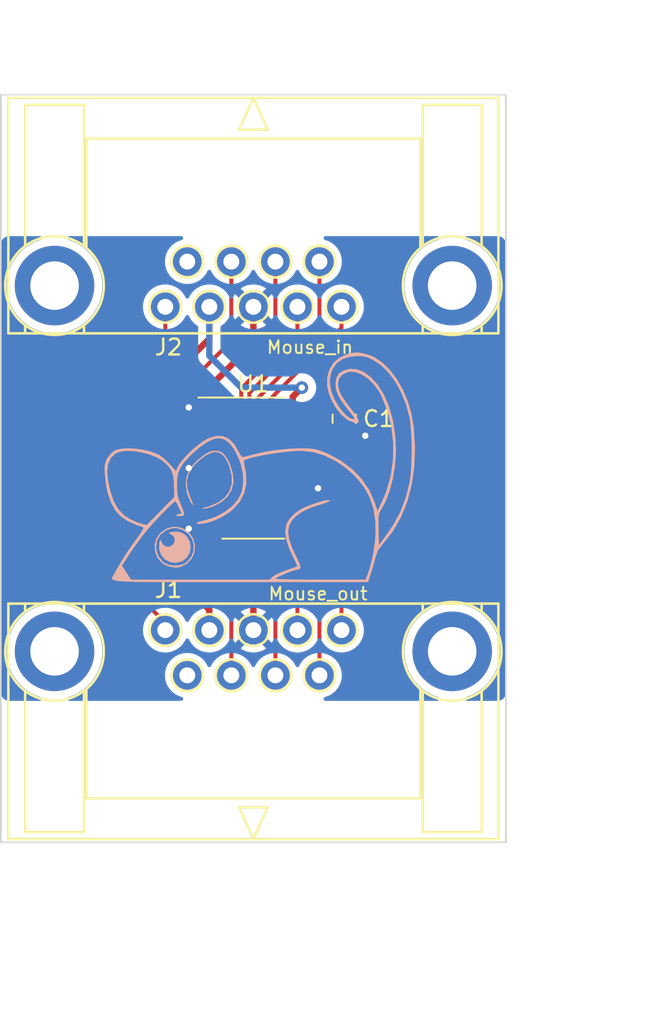
<source format=kicad_pcb>
(kicad_pcb (version 20221018) (generator pcbnew)
  (layers (0 "F.Cu" signal) (31 "B.Cu" signal) (34 "B.Paste" user) (35 "F.Paste" user) (36 "B.SilkS" user "B.Silkscreen") (37 "F.SilkS" user "F.Silkscreen") (38 "B.Mask" user) (39 "F.Mask" user) (44 "Edge.Cuts" user))
  (net 0 "")
  (net 1 "VCC")
  (net 2 "GND")
  (net 3 "/MOUSE_ID")
  (net 4 "/XDIR_OUT")
  (net 5 "/XMOVE_OUT")
  (net 7 "/BUTTON")
  (net 8 "/YDIR_OUT")
  (net 9 "/YMOVE_OUT")
  (net 10 "/XDIR_IN")
  (net 11 "/XMOVE_IN")
  (net 13 "/YDIR_IN")
  (net 14 "/YMOVE_IN")
  (footprint "localfootprints:SOIC-14_3.9x8.7mm_P1.27mm" (layer "F.Cu") (at 50.8 66.0146)
    (fp_text reference "U1" (at 0 -5.28) (layer "F.SilkS"))
    (fp_text value "74LS125")
    (fp_line (start 0 -4.435) (end -3.45 -4.435) (stroke (width 0.12)) (layer "F.SilkS"))
    (fp_line (start 0 -4.435) (end 1.95 -4.435) (stroke (width 0.12)) (layer "F.SilkS"))
    (fp_line (start 0 4.435) (end -1.95 4.435) (stroke (width 0.12)) (layer "F.SilkS"))
    (fp_line (start 0 4.435) (end 1.95 4.435) (stroke (width 0.12)) (layer "F.SilkS"))
    (pad "1" smd roundrect (at -2.475 -3.81) (size 1.95 0.6) (layers "F.Cu" "F.Paste" "F.Mask") (net 2 "GND"))
    (pad "2" smd roundrect (at -2.475 -2.54) (size 1.95 0.6) (layers "F.Cu" "F.Paste" "F.Mask") (net 13 "/YDIR_IN"))
    (pad "3" smd roundrect (at -2.475 -1.27) (size 1.95 0.6) (layers "F.Cu" "F.Paste" "F.Mask") (net 8 "/YDIR_OUT"))
    (pad "4" smd roundrect (at -2.475 0) (size 1.95 0.6) (layers "F.Cu" "F.Paste" "F.Mask") (net 2 "GND"))
    (pad "5" smd roundrect (at -2.475 1.27) (size 1.95 0.6) (layers "F.Cu" "F.Paste" "F.Mask") (net 10 "/XDIR_IN"))
    (pad "6" smd roundrect (at -2.475 2.54) (size 1.95 0.6) (layers "F.Cu" "F.Paste" "F.Mask") (net 4 "/XDIR_OUT"))
    (pad "7" smd roundrect (at -2.475 3.81) (size 1.95 0.6) (layers "F.Cu" "F.Paste" "F.Mask") (net 2 "GND"))
    (pad "8" smd roundrect (at 2.475 3.81) (size 1.95 0.6) (layers "F.Cu" "F.Paste" "F.Mask") (net 9 "/YMOVE_OUT"))
    (pad "9" smd roundrect (at 2.475 2.54) (size 1.95 0.6) (layers "F.Cu" "F.Paste" "F.Mask") (net 14 "/YMOVE_IN"))
    (pad "10" smd roundrect (at 2.475 1.27) (size 1.95 0.6) (layers "F.Cu" "F.Paste" "F.Mask") (net 2 "GND"))
    (pad "11" smd roundrect (at 2.475 0) (size 1.95 0.6) (layers "F.Cu" "F.Paste" "F.Mask") (net 5 "/XMOVE_OUT"))
    (pad "12" smd roundrect (at 2.475 -1.27) (size 1.95 0.6) (layers "F.Cu" "F.Paste" "F.Mask") (net 11 "/XMOVE_IN"))
    (pad "13" smd roundrect (at 2.475 -2.54) (size 1.95 0.6) (layers "F.Cu" "F.Paste" "F.Mask") (net 2 "GND"))
    (pad "14" smd roundrect (at 2.475 -3.81) (size 1.95 0.6) (layers "F.Cu" "F.Paste" "F.Mask") (net 1 "VCC"))
  )
  (footprint "localfootprints:CONN_SOCKET_A-DF_09_A_KG-T4S" (layer "F.Cu") (at 50.8 55.88)
    (fp_text reference "J2" (at -5.334 2.54 180) (layer "F.SilkS"))
    (fp_text value "Mouse_in" (at 3.556 2.54 180) (layer "F.SilkS") (effects (font (size 0.8 0.8) (thickness 0.12))))
    (fp_line (start -15.405001 -13.133) (end 15.404999 -13.133) (stroke (width 0.16)) (layer "F.SilkS"))
    (fp_line (start -15.405001 1.667) (end -15.405001 -13.133) (stroke (width 0.16)) (layer "F.SilkS"))
    (fp_line (start -14.350001 -12.693) (end -14.350001 -3.820466) (stroke (width 0.16)) (layer "F.SilkS"))
    (fp_line (start -14.350001 1.667) (end -14.350001 1.154466) (stroke (width 0.16)) (layer "F.SilkS"))
    (fp_line (start -10.650002 -12.693) (end -14.350001 -12.693) (stroke (width 0.16)) (layer "F.SilkS"))
    (fp_line (start -10.650002 -3.820472) (end -10.650002 -12.693) (stroke (width 0.16)) (layer "F.SilkS"))
    (fp_line (start -10.650002 1.667) (end -10.650002 1.154472) (stroke (width 0.16)) (layer "F.SilkS"))
    (fp_line (start -10.500002 -10.573) (end -10.500002 -3.701548) (stroke (width 0.16)) (layer "F.SilkS"))
    (fp_line (start -0.9 -11.133) (end 0.9 -11.133) (stroke (width 0.16)) (layer "F.SilkS"))
    (fp_line (start 0 -13.133) (end -0.9 -11.133) (stroke (width 0.16)) (layer "F.SilkS"))
    (fp_line (start 0.9 -11.133) (end 0 -13.133) (stroke (width 0.16)) (layer "F.SilkS"))
    (fp_line (start 10.499998 -10.573) (end -10.500002 -10.573) (stroke (width 0.16)) (layer "F.SilkS"))
    (fp_line (start 10.499998 -3.701544) (end 10.499998 -10.573) (stroke (width 0.16)) (layer "F.SilkS"))
    (fp_line (start 10.649998 -12.693) (end 14.349998 -12.693) (stroke (width 0.16)) (layer "F.SilkS"))
    (fp_line (start 10.649998 -3.820469) (end 10.649998 -12.693) (stroke (width 0.16)) (layer "F.SilkS"))
    (fp_line (start 10.649998 1.667) (end 10.649998 1.154469) (stroke (width 0.16)) (layer "F.SilkS"))
    (fp_line (start 14.349998 -12.693) (end 14.349998 -3.820468) (stroke (width 0.16)) (layer "F.SilkS"))
    (fp_line (start 14.349998 1.667) (end 14.349998 1.154468) (stroke (width 0.16)) (layer "F.SilkS"))
    (fp_line (start 15.404999 -13.133) (end 15.404999 1.667) (stroke (width 0.16)) (layer "F.SilkS"))
    (fp_line (start 15.404999 1.667) (end -15.405001 1.667) (stroke (width 0.16)) (layer "F.SilkS"))
    (fp_circle (center -12.499998 -1.333) (end -9.399998 -1.333) (stroke (width 0.16)) (fill none) (layer "F.SilkS"))
    (fp_circle (center -5.540003 -0.0005) (end -4.540003 -0.0005) (stroke (width 0.16)) (fill none) (layer "F.SilkS"))
    (fp_circle (center -4.155003 -2.8405) (end -3.155003 -2.8405) (stroke (width 0.16)) (fill none) (layer "F.SilkS"))
    (fp_circle (center -2.770003 -0.0005) (end -1.770003 -0.0005) (stroke (width 0.16)) (fill none) (layer "F.SilkS"))
    (fp_circle (center -1.385003 -2.8405) (end -0.385003 -2.8405) (stroke (width 0.16)) (fill none) (layer "F.SilkS"))
    (fp_circle (center -0.000003 -0.0005) (end 0.999997 -0.0005) (stroke (width 0.16)) (fill none) (layer "F.SilkS"))
    (fp_circle (center 1.384997 -2.8405) (end 2.384997 -2.8405) (stroke (width 0.16)) (fill none) (layer "F.SilkS"))
    (fp_circle (center 2.769997 -0.0005) (end 3.769997 -0.0005) (stroke (width 0.16)) (fill none) (layer "F.SilkS"))
    (fp_circle (center 4.154997 -2.8405) (end 5.154997 -2.8405) (stroke (width 0.16)) (fill none) (layer "F.SilkS"))
    (fp_circle (center 5.539997 -0.0005) (end 6.539997 -0.0005) (stroke (width 0.16)) (fill none) (layer "F.SilkS"))
    (fp_circle (center 12.499998 -1.333) (end 15.599998 -1.333) (stroke (width 0.16)) (fill none) (layer "F.SilkS"))
    (pad "1" thru_hole circle (at -5.54 0 180) (size 1.8 1.8) (drill 1) (layers "*.Cu" "*.Mask") (net 3 "/MOUSE_ID"))
    (pad "2" thru_hole circle (at -2.77 0 180) (size 1.8 1.8) (drill 1) (layers "*.Cu" "*.Mask") (net 1 "VCC"))
    (pad "3" thru_hole circle (at 0 0 180) (size 1.8 1.8) (drill 1) (layers "*.Cu" "*.Mask") (net 2 "GND"))
    (pad "4" thru_hole circle (at 2.77 0 180) (size 1.8 1.8) (drill 1) (layers "*.Cu" "*.Mask") (net 10 "/XDIR_IN"))
    (pad "5" thru_hole circle (at 5.54 0 180) (size 1.8 1.8) (drill 1) (layers "*.Cu" "*.Mask") (net 11 "/XMOVE_IN"))
    (pad "6" thru_hole circle (at -4.155 -2.84 180) (size 1.8 1.8) (drill 1) (layers "*.Cu" "*.Mask"))
    (pad "7" thru_hole circle (at -1.385 -2.84 180) (size 1.8 1.8) (drill 1) (layers "*.Cu" "*.Mask") (net 7 "/BUTTON"))
    (pad "8" thru_hole circle (at 1.385 -2.84 180) (size 1.8 1.8) (drill 1) (layers "*.Cu" "*.Mask") (net 13 "/YDIR_IN"))
    (pad "9" thru_hole circle (at 4.155 -2.84 180) (size 1.8 1.8) (drill 1) (layers "*.Cu" "*.Mask") (net 14 "/YMOVE_IN"))
    (pad "10" thru_hole circle (at 12.5 -1.333 180) (size 5 5) (drill 3.05) (layers "*.Cu" "*.Mask"))
    (pad "11" thru_hole circle (at -12.5 -1.333 180) (size 5 5) (drill 3.05) (layers "*.Cu" "*.Mask"))
  )
  (footprint "localfootprints:C_0805_2012Metric_Pad1.18x1.45mm_HandSolder" (layer "F.Cu") (at 56.515 62.9158 -90)
    (fp_text reference "C1" (at 0 -2.159 -180) (layer "F.SilkS"))
    (fp_text value "100nF")
    (fp_line (start -0.261252 -0.735) (end 0.261252 -0.735) (stroke (width 0.12)) (layer "F.SilkS"))
    (fp_line (start -0.261252 0.735) (end 0.261252 0.735) (stroke (width 0.12)) (layer "F.SilkS"))
    (pad "1" smd roundrect (at -1.0375 0 270) (size 1.175 1.45) (layers "F.Cu" "F.Paste" "F.Mask") (roundrect_rratio 0.2127659574) (net 1 "VCC"))
    (pad "2" smd roundrect (at 1.0375 0 270) (size 1.175 1.45) (layers "F.Cu" "F.Paste" "F.Mask") (roundrect_rratio 0.2127659574) (net 2 "GND"))
  )
  (footprint "localfootprints:CONN_PLUG_A_DS_09_A_KG_T2S" (layer "F.Cu") (at 50.8 76.2 180)
    (fp_text reference "J1" (at 5.334 2.54) (layer "F.SilkS"))
    (fp_text value "Mouse_out" (at -4.064 2.286) (layer "F.SilkS") (effects (font (size 0.8 0.8) (thickness 0.12))))
    (fp_line (start -15.405001 -13.133) (end 15.404999 -13.133) (stroke (width 0.16)) (layer "F.SilkS"))
    (fp_line (start -15.405001 1.667) (end -15.405001 -13.133) (stroke (width 0.16)) (layer "F.SilkS"))
    (fp_line (start -14.350001 -12.693) (end -14.350001 -3.820466) (stroke (width 0.16)) (layer "F.SilkS"))
    (fp_line (start -14.350001 1.667) (end -14.350001 1.154466) (stroke (width 0.16)) (layer "F.SilkS"))
    (fp_line (start -10.650002 -12.693) (end -14.350001 -12.693) (stroke (width 0.16)) (layer "F.SilkS"))
    (fp_line (start -10.650002 -3.820472) (end -10.650002 -12.693) (stroke (width 0.16)) (layer "F.SilkS"))
    (fp_line (start -10.650002 1.667) (end -10.650002 1.154472) (stroke (width 0.16)) (layer "F.SilkS"))
    (fp_line (start -10.500002 -10.573) (end -10.500002 -3.701548) (stroke (width 0.16)) (layer "F.SilkS"))
    (fp_line (start -0.9 -11.133) (end 0.9 -11.133) (stroke (width 0.16)) (layer "F.SilkS"))
    (fp_line (start 0 -13.133) (end -0.9 -11.133) (stroke (width 0.16)) (layer "F.SilkS"))
    (fp_line (start 0.9 -11.133) (end 0 -13.133) (stroke (width 0.16)) (layer "F.SilkS"))
    (fp_line (start 10.499998 -10.573) (end -10.500002 -10.573) (stroke (width 0.16)) (layer "F.SilkS"))
    (fp_line (start 10.499998 -3.701544) (end 10.499998 -10.573) (stroke (width 0.16)) (layer "F.SilkS"))
    (fp_line (start 10.649998 -12.693) (end 14.349998 -12.693) (stroke (width 0.16)) (layer "F.SilkS"))
    (fp_line (start 10.649998 -3.820469) (end 10.649998 -12.693) (stroke (width 0.16)) (layer "F.SilkS"))
    (fp_line (start 10.649998 1.667) (end 10.649998 1.154469) (stroke (width 0.16)) (layer "F.SilkS"))
    (fp_line (start 14.349998 -12.693) (end 14.349998 -3.820468) (stroke (width 0.16)) (layer "F.SilkS"))
    (fp_line (start 14.349998 1.667) (end 14.349998 1.154468) (stroke (width 0.16)) (layer "F.SilkS"))
    (fp_line (start 15.404999 -13.133) (end 15.404999 1.667) (stroke (width 0.16)) (layer "F.SilkS"))
    (fp_line (start 15.404999 1.667) (end -15.405001 1.667) (stroke (width 0.16)) (layer "F.SilkS"))
    (fp_circle (center -12.499998 -1.333) (end -9.399998 -1.333) (stroke (width 0.16)) (fill none) (layer "F.SilkS"))
    (fp_circle (center -5.540003 -0.0005) (end -4.540003 -0.0005) (stroke (width 0.16)) (fill none) (layer "F.SilkS"))
    (fp_circle (center -4.155003 -2.8405) (end -3.155003 -2.8405) (stroke (width 0.16)) (fill none) (layer "F.SilkS"))
    (fp_circle (center -2.770003 -0.0005) (end -1.770003 -0.0005) (stroke (width 0.16)) (fill none) (layer "F.SilkS"))
    (fp_circle (center -1.385003 -2.8405) (end -0.385003 -2.8405) (stroke (width 0.16)) (fill none) (layer "F.SilkS"))
    (fp_circle (center -0.000003 -0.0005) (end 0.999997 -0.0005) (stroke (width 0.16)) (fill none) (layer "F.SilkS"))
    (fp_circle (center 1.384997 -2.8405) (end 2.384997 -2.8405) (stroke (width 0.16)) (fill none) (layer "F.SilkS"))
    (fp_circle (center 2.769997 -0.0005) (end 3.769997 -0.0005) (stroke (width 0.16)) (fill none) (layer "F.SilkS"))
    (fp_circle (center 4.154997 -2.8405) (end 5.154997 -2.8405) (stroke (width 0.16)) (fill none) (layer "F.SilkS"))
    (fp_circle (center 5.539997 -0.0005) (end 6.539997 -0.0005) (stroke (width 0.16)) (fill none) (layer "F.SilkS"))
    (fp_circle (center 12.499998 -1.333) (end 15.599998 -1.333) (stroke (width 0.16)) (fill none) (layer "F.SilkS"))
    (pad "1" thru_hole circle (at 5.54 0) (size 1.8 1.8) (drill 1) (layers "*.Cu" "*.Mask") (net 3 "/MOUSE_ID"))
    (pad "2" thru_hole circle (at 2.77 0) (size 1.8 1.8) (drill 1) (layers "*.Cu" "*.Mask") (net 1 "VCC"))
    (pad "3" thru_hole circle (at 0 0) (size 1.8 1.8) (drill 1) (layers "*.Cu" "*.Mask") (net 2 "GND"))
    (pad "4" thru_hole circle (at -2.77 0) (size 1.8 1.8) (drill 1) (layers "*.Cu" "*.Mask") (net 4 "/XDIR_OUT"))
    (pad "5" thru_hole circle (at -5.54 0) (size 1.8 1.8) (drill 1) (layers "*.Cu" "*.Mask") (net 5 "/XMOVE_OUT"))
    (pad "6" thru_hole circle (at 4.155 -2.84) (size 1.8 1.8) (drill 1) (layers "*.Cu" "*.Mask"))
    (pad "7" thru_hole circle (at 1.385 -2.84) (size 1.8 1.8) (drill 1) (layers "*.Cu" "*.Mask") (net 7 "/BUTTON"))
    (pad "8" thru_hole circle (at -1.385 -2.84) (size 1.8 1.8) (drill 1) (layers "*.Cu" "*.Mask") (net 8 "/YDIR_OUT"))
    (pad "9" thru_hole circle (at -4.155 -2.84) (size 1.8 1.8) (drill 1) (layers "*.Cu" "*.Mask") (net 9 "/YMOVE_OUT"))
    (pad "10" thru_hole circle (at 12.5 -1.333) (size 5 5) (drill 3.05) (layers "*.Cu" "*.Mask"))
    (pad "11" thru_hole circle (at -12.5 -1.333) (size 5 5) (drill 3.05) (layers "*.Cu" "*.Mask"))
  )
  (footprint "localfootprints:Mouse+" (layer "B.Cu") (at 50.8 66.04 180)
    (fp_text reference "Logo1" hide)
    (fp_text value "Mouse-" hide)
    (fp_poly (pts (xy 5.168989 -3.986057) (xy 5.300356 -4.029845) (xy 5.305537 -4.087913) (xy 5.16863 -4.14806) (xy 5.162989 -4.149553) (xy 5.013179 -4.259224) (xy 4.946892 -4.449198) (xy 4.976064 -4.658084) (xy 5.043207 -4.765698) (xy 5.257532 -4.908081) (xy 5.482782 -4.908923) (xy 5.67909 -4.777091) (xy 5.781466 -4.601509) (xy 5.831322 -4.485838) (xy 5.864194 -4.491003) (xy 5.89947 -4.632349) (xy 5.913955 -4.706378) (xy 5.920727 -5.099374) (xy 5.798988 -5.438809) (xy 5.57488 -5.704626) (xy 5.274545 -5.876772) (xy 4.924122 -5.935192) (xy 4.549754 -5.85983) (xy 4.461451 -5.820697) (xy 4.178329 -5.601758) (xy 4.00389 -5.301737) (xy 3.941994 -4.958771) (xy 3.996499 -4.610997) (xy 4.171263 -4.296555) (xy 4.294662 -4.172289) (xy 4.508866 -4.033287) (xy 4.756976 -3.975256) (xy 4.92734 -3.96875)) (fill solid) (layer "B.SilkS"))
    (fp_poly (pts (xy 5.44229 -3.766202) (xy 5.801294 -4.002072) (xy 5.860855 -4.059637) (xy 6.099526 -4.407379) (xy 6.206417 -4.800879) (xy 6.186356 -5.20503) (xy 6.044172 -5.584722) (xy 5.784693 -5.904845) (xy 5.58764 -6.046347) (xy 5.25103 -6.181333) (xy 4.888813 -6.233125) (xy 4.596889 -6.197241) (xy 4.185444 -5.99314) (xy 3.883881 -5.686137) (xy 3.706768 -5.297872) (xy 3.668673 -4.849986) (xy 3.6711 -4.821965) (xy 3.67428 -4.809722) (xy 3.754016 -4.809722) (xy 3.771544 -5.186535) (xy 3.906982 -5.544761) (xy 4.161671 -5.851761) (xy 4.310406 -5.961291) (xy 4.613016 -6.076208) (xy 4.972599 -6.104599) (xy 5.328715 -6.050542) (xy 5.620928 -5.918114) (xy 5.681767 -5.868763) (xy 5.96073 -5.523764) (xy 6.094787 -5.13398) (xy 6.111578 -4.905348) (xy 6.038047 -4.492225) (xy 5.825691 -4.149054) (xy 5.485707 -3.893884) (xy 5.48315 -3.892576) (xy 5.134014 -3.75971) (xy 4.811225 -3.750656) (xy 4.456522 -3.865499) (xy 4.395456 -3.894146) (xy 4.067315 -4.130888) (xy 3.853053 -4.44696) (xy 3.754016 -4.809722) (xy 3.67428 -4.809722) (xy 3.780547 -4.400639) (xy 4.001674 -4.064447) (xy 4.306447 -3.823147) (xy 4.666831 -3.686499) (xy 5.05479 -3.664264)) (fill solid) (layer "B.SilkS"))
    (fp_poly (pts (xy 2.615969 1.097083) (xy 2.79969 1.040245) (xy 3.008022 0.919238) (xy 3.269731 0.727519) (xy 3.552159 0.48385) (xy 3.815981 0.210293) (xy 4.005155 -0.034909) (xy 4.008437 -0.040163) (xy 4.19872 -0.492008) (xy 4.25729 -0.999963) (xy 4.183252 -1.530205) (xy 4.057194 -1.885156) (xy 3.945473 -2.110236) (xy 3.85023 -2.261547) (xy 3.803877 -2.301875) (xy 3.798601 -2.237386) (xy 3.852175 -2.070116) (xy 3.930744 -1.8857) (xy 4.128492 -1.340676) (xy 4.184038 -0.852874) (xy 4.095782 -0.405806) (xy 3.862123 0.017014) (xy 3.730164 0.180122) (xy 3.360843 0.545238) (xy 2.983302 0.820606) (xy 2.626571 0.987983) (xy 2.374697 1.031875) (xy 2.105948 0.973407) (xy 1.873474 0.789921) (xy 1.665873 0.469298) (xy 1.514291 0.117324) (xy 1.366399 -0.454116) (xy 1.366243 -0.971698) (xy 1.509971 -1.428721) (xy 1.793734 -1.818484) (xy 2.213682 -2.134284) (xy 2.765965 -2.369418) (xy 2.976562 -2.428158) (xy 3.185292 -2.484489) (xy 3.247338 -2.516064) (xy 3.171798 -2.528693) (xy 3.135312 -2.529536) (xy 2.915042 -2.501905) (xy 2.641003 -2.428775) (xy 2.534874 -2.390795) (xy 2.010018 -2.119888) (xy 1.618049 -1.772813) (xy 1.363746 -1.355751) (xy 1.251888 -0.874885) (xy 1.246774 -0.724514) (xy 1.298554 -0.273551) (xy 1.433313 0.189619) (xy 1.6294 0.605017) (xy 1.822057 0.869307) (xy 2.003804 1.029649) (xy 2.197514 1.098965) (xy 2.408609 1.11125)) (fill solid) (layer "B.SilkS"))
    (fp_poly (pts (xy -6.28916 7.276679) (xy -5.965238 7.203184) (xy -5.868313 7.175312) (xy -5.398483 6.960313) (xy -5.028752 6.632417) (xy -4.770879 6.210624) (xy -4.636619 5.713936) (xy -4.635161 5.1824) (xy -4.7431 4.709674) (xy -4.944003 4.227417) (xy -5.214247 3.771814) (xy -5.530209 3.379047) (xy -5.868263 3.085301) (xy -6.081065 2.967739) (xy -6.385498 2.864829) (xy -6.566706 2.861923) (xy -6.62468 2.958929) (xy -6.559415 3.155757) (xy -6.370901 3.452315) (xy -6.147259 3.74181) (xy -5.790227 4.205886) (xy -5.542575 4.592322) (xy -5.391831 4.925236) (xy -5.325523 5.228743) (xy -5.319869 5.341759) (xy -5.389956 5.652312) (xy -5.592413 5.89275) (xy -5.909645 6.045029) (xy -6.032131 6.072126) (xy -6.400994 6.058653) (xy -6.795142 5.912903) (xy -7.189751 5.653232) (xy -7.559997 5.297996) (xy -7.881056 4.865551) (xy -8.031471 4.593723) (xy -8.416206 3.637201) (xy -8.668463 2.626937) (xy -8.787953 1.587643) (xy -8.774388 0.544031) (xy -8.627479 -0.479189) (xy -8.346938 -1.457304) (xy -8.108723 -2.024062) (xy -7.805562 -2.659062) (xy -7.624931 -2.117259) (xy -7.290877 -1.36196) (xy -6.818529 -0.668158) (xy -6.220501 -0.048081) (xy -5.50941 0.486043) (xy -4.69787 0.921988) (xy -4.335714 1.070758) (xy -4.05178 1.167114) (xy -3.786394 1.227132) (xy -3.48552 1.258666) (xy -3.095123 1.269573) (xy -2.965094 1.27) (xy -2.210192 1.240887) (xy -1.414278 1.159335) (xy -0.643049 1.034033) (xy 0.037796 0.873664) (xy 0.042219 0.872401) (xy 0.325669 0.794551) (xy 0.552534 0.738119) (xy 0.676757 0.714506) (xy 0.68071 0.714376) (xy 0.759265 0.780512) (xy 0.870177 0.950712) (xy 0.950424 1.106819) (xy 1.227177 1.566461) (xy 1.555569 1.876957) (xy 1.932949 2.037267) (xy 2.356667 2.046351) (xy 2.824071 1.903169) (xy 2.895055 1.869833) (xy 3.192325 1.69082) (xy 3.534558 1.43259) (xy 3.888346 1.126377) (xy 4.220283 0.803414) (xy 4.496965 0.494933) (xy 4.684984 0.232167) (xy 4.721083 0.162585) (xy 4.867373 -0.16183) (xy 5.260505 0.279254) (xy 5.502584 0.524796) (xy 5.755602 0.740437) (xy 5.959632 0.876445) (xy 6.371683 1.042286) (xy 6.851951 1.165526) (xy 7.360045 1.242577) (xy 7.855573 1.269847) (xy 8.298146 1.243748) (xy 8.647371 1.160688) (xy 8.730509 1.122733) (xy 8.964686 0.93628) (xy 9.17032 0.667229) (xy 9.193251 0.626639) (xy 9.286253 0.435886) (xy 9.337974 0.259822) (xy 9.355638 0.047262) (xy 9.346468 -0.252979) (xy 9.337698 -0.396875) (xy 9.296803 -0.797331) (xy 9.230152 -1.218468) (xy 9.151576 -1.574058) (xy 9.145144 -1.59725) (xy 8.946162 -2.166042) (xy 8.691905 -2.624252) (xy 8.360377 -2.99266) (xy 7.929581 -3.292045) (xy 7.377521 -3.543186) (xy 6.922738 -3.696672) (xy 6.917017 -3.771383) (xy 7.014166 -3.953841) (xy 7.209207 -4.235304) (xy 7.292549 -4.346253) (xy 7.632464 -4.813285) (xy 7.984589 -5.333899) (xy 8.317057 -5.85855) (xy 8.598004 -6.337694) (xy 8.719652 -6.565119) (xy 8.772581 -6.658888) (xy 8.82437 -6.742025) (xy 8.866372 -6.815166) (xy 8.889942 -6.878944) (xy 8.886432 -6.933995) (xy 8.847195 -6.980954) (xy 8.763584 -7.020454) (xy 8.626953 -7.053131) (xy 8.428654 -7.07962) (xy 8.160041 -7.100554) (xy 7.812468 -7.11657) (xy 7.377286 -7.128301) (xy 6.84585 -7.136383) (xy 6.209512 -7.141449) (xy 5.459626 -7.144135) (xy 4.587545 -7.145076) (xy 3.584621 -7.144906) (xy 2.442209 -7.14426) (xy 1.151661 -7.143772) (xy 0.83689 -7.14375) (xy -7.216219 -7.14375) (xy -7.420113 -6.498311) (xy -7.527591 -6.145169) (xy -7.626044 -5.799353) (xy -7.696858 -5.526668) (xy -7.705243 -5.49038) (xy -7.841146 -5.142304) (xy -8.103267 -4.789823) (xy -8.138292 -4.751772) (xy -8.763213 -3.968854) (xy -9.276564 -3.080166) (xy -9.675834 -2.095293) (xy -9.958514 -1.02382) (xy -10.122096 0.124667) (xy -10.150051 0.934507) (xy -9.947692 0.934507) (xy -9.930382 0.296346) (xy -9.893091 -0.286591) (xy -9.835851 -0.771769) (xy -9.813627 -0.897889) (xy -9.576542 -1.842226) (xy -9.242557 -2.709541) (xy -8.792281 -3.543032) (xy -8.308624 -4.250464) (xy -7.897813 -4.802187) (xy -7.883239 -4.167187) (xy -7.674694 -4.167187) (xy -7.62925 -4.690463) (xy -7.544321 -5.257366) (xy -7.430038 -5.819016) (xy -7.296533 -6.326529) (xy -7.153937 -6.731022) (xy -7.133868 -6.776555) (xy -7.038894 -6.985) (xy -4.247051 -6.985) (xy -3.596191 -6.983434) (xy -2.995924 -6.978985) (xy -2.46466 -6.972018) (xy -2.020807 -6.962903) (xy -1.682774 -6.952007) (xy -1.468969 -6.939698) (xy -1.398264 -6.928055) (xy -1.441541 -6.879136) (xy -1.597739 -6.793705) (xy -1.829723 -6.687069) (xy -2.100359 -6.574533) (xy -2.372513 -6.471403) (xy -2.609051 -6.392985) (xy -2.772837 -6.354585) (xy -2.793285 -6.353061) (xy -2.920996 -6.323048) (xy -2.967805 -6.228075) (xy -2.931643 -6.04928) (xy -2.810435 -5.767802) (xy -2.706357 -5.561591) (xy -2.417783 -4.946001) (xy -2.245669 -4.423725) (xy -2.189508 -3.980744) (xy -2.248796 -3.603035) (xy -2.423028 -3.276579) (xy -2.616555 -3.067928) (xy -2.93241 -2.815938) (xy -3.28109 -2.612855) (xy -3.707493 -2.435864) (xy -4.128461 -2.299594) (xy -4.495509 -2.181848) (xy -4.726874 -2.088749) (xy -4.817147 -2.023428) (xy -4.760916 -1.989015) (xy -4.673216 -1.984375) (xy -4.47211 -2.014432) (xy -4.171931 -2.09446) (xy -3.818352 -2.209242) (xy -3.457049 -2.343562) (xy -3.133696 -2.482204) (xy -3.03668 -2.529577) (xy -2.639506 -2.789006) (xy -2.31368 -3.112191) (xy -2.095741 -3.460306) (xy -2.053712 -3.574081) (xy -2.003821 -3.992849) (xy -2.074766 -4.495797) (xy -2.263378 -5.067981) (xy -2.461437 -5.497236) (xy -2.602008 -5.778849) (xy -2.706245 -6.000383) (xy -2.759134 -6.129287) (xy -2.761909 -6.148675) (xy -2.6814 -6.180366) (xy -2.485676 -6.250369) (xy -2.209928 -6.346204) (xy -2.06375 -6.39626) (xy -1.736073 -6.520931) (xy -1.448279 -6.653608) (xy -1.247989 -6.771539) (xy -1.206861 -6.805624) (xy -1.02466 -6.985) (xy 3.334918 -6.985) (xy 7.694496 -6.985) (xy 7.976728 -6.543801) (xy 8.258959 -6.102603) (xy 7.810361 -5.412707) (xy 7.550631 -5.030001) (xy 7.240988 -4.598477) (xy 6.933933 -4.190615) (xy 6.821833 -4.048125) (xy 6.596919 -3.77861) (xy 6.32809 -3.47432) (xy 6.035368 -3.155816) (xy 5.738776 -2.843662) (xy 5.458334 -2.55842) (xy 5.214064 -2.320655) (xy 5.025989 -2.150928) (xy 4.914129 -2.069803) (xy 4.893756 -2.067927) (xy 4.836451 -2.16117) (xy 4.743649 -2.337331) (xy 4.64257 -2.541379) (xy 4.560438 -2.718284) (xy 4.524473 -2.813018) (xy 4.524375 -2.81465) (xy 4.591117 -2.849515) (xy 4.683125 -2.8575) (xy 4.812072 -2.89282) (xy 4.841875 -2.941904) (xy 4.772831 -2.993335) (xy 4.60153 -3.00295) (xy 4.583906 -3.001435) (xy 4.440034 -2.977588) (xy 4.364209 -2.9225) (xy 4.356178 -2.809365) (xy 4.415688 -2.611378) (xy 4.542487 -2.301734) (xy 4.576567 -2.2225) (xy 4.69613 -1.914879) (xy 4.728013 -1.785937) (xy 4.972409 -1.785937) (xy 5.838923 -2.666207) (xy 6.705436 -3.546476) (xy 7.010126 -3.478017) (xy 7.268257 -3.398776) (xy 7.567254 -3.27793) (xy 7.688876 -3.220007) (xy 8.128844 -2.933724) (xy 8.485151 -2.556069) (xy 8.766756 -2.07186) (xy 8.982618 -1.465911) (xy 9.133676 -0.771239) (xy 9.184995 -0.184568) (xy 9.12382 0.296764) (xy 8.95128 0.66982) (xy 8.668507 0.931662) (xy 8.437593 1.037105) (xy 8.04913 1.103971) (xy 7.573396 1.093525) (xy 7.055797 1.015626) (xy 6.541738 0.88013) (xy 6.076623 0.696895) (xy 5.705859 0.47578) (xy 5.652259 0.432387) (xy 5.367067 0.163427) (xy 5.178474 -0.091821) (xy 5.066196 -0.379642) (xy 5.009947 -0.746322) (xy 4.993138 -1.071562) (xy 4.972409 -1.785937) (xy 4.728013 -1.785937) (xy 4.764436 -1.638637) (xy 4.794496 -1.324371) (xy 4.799766 -1.031875) (xy 4.781209 -0.606364) (xy 4.712845 -0.253094) (xy 4.576722 0.06426) (xy 4.354887 0.382024) (xy 4.029388 0.736523) (xy 3.829034 0.932329) (xy 3.345599 1.352292) (xy 2.895228 1.660349) (xy 2.493265 1.847458) (xy 2.178965 1.905) (xy 1.836377 1.826755) (xy 1.514941 1.594495) (xy 1.217821 1.211932) (xy 0.94818 0.682777) (xy 0.796032 0.282244) (xy 0.669968 -0.264402) (xy 0.642364 -0.837172) (xy 0.714446 -1.372515) (xy 0.760949 -1.531985) (xy 0.987689 -1.969515) (xy 1.346419 -2.377323) (xy 1.810712 -2.735963) (xy 2.35414 -3.025987) (xy 2.950277 -3.22795) (xy 3.115468 -3.264589) (xy 3.372475 -3.329304) (xy 3.530814 -3.396451) (xy 3.574932 -3.45332) (xy 3.489273 -3.487204) (xy 3.393281 -3.491557) (xy 2.950009 -3.432548) (xy 2.452089 -3.273768) (xy 1.947855 -3.03626) (xy 1.485643 -2.741066) (xy 1.275534 -2.569589) (xy 0.851719 -2.089554) (xy 0.571499 -1.546541) (xy 0.438683 -0.952818) (xy 0.457084 -0.320655) (xy 0.502582 -0.081186) (xy 0.558802 0.18751) (xy 0.58997 0.391796) (xy 0.58968 0.485364) (xy 0.473769 0.558674) (xy 0.226599 0.641755) (xy -0.124994 0.72998) (xy -0.554174 0.818722) (xy -1.034103 0.903354) (xy -1.537947 0.979248) (xy -2.038867 1.041777) (xy -2.510029 1.086315) (xy -2.924595 1.108233) (xy -3.031364 1.109701) (xy -3.717184 1.038086) (xy -4.424305 0.828729) (xy -5.125172 0.494935) (xy -5.792234 0.050007) (xy -6.397935 -0.492748) (xy -6.438795 -0.535621) (xy -6.941689 -1.157713) (xy -7.310005 -1.822096) (xy -7.550024 -2.547225) (xy -7.668025 -3.351556) (xy -7.674694 -4.167187) (xy -7.883239 -4.167187) (xy -7.875542 -3.831809) (xy -7.867969 -3.420022) (xy -7.870796 -3.131798) (xy -7.88893 -2.932045) (xy -7.927276 -2.785671) (xy -7.990742 -2.657584) (xy -8.053529 -2.558822) (xy -8.332369 -2.040739) (xy -8.571999 -1.403972) (xy -8.763203 -0.685731) (xy -8.896766 0.076779) (xy -8.963472 0.846349) (xy -8.969375 1.138823) (xy -8.919414 2.115413) (xy -8.77351 3.033581) (xy -8.537638 3.875772) (xy -8.217769 4.624432) (xy -7.819877 5.262007) (xy -7.412394 5.714978) (xy -6.961208 6.055248) (xy -6.515208 6.237926) (xy -6.070839 6.263924) (xy -5.683137 6.159948) (xy -5.389862 5.975046) (xy -5.219467 5.706751) (xy -5.159741 5.33495) (xy -5.159375 5.297302) (xy -5.191461 4.981515) (xy -5.297021 4.662116) (xy -5.490012 4.311034) (xy -5.784389 3.900193) (xy -5.967792 3.671094) (xy -6.184521 3.401278) (xy -6.306922 3.229708) (xy -6.345952 3.135816) (xy -6.312567 3.099035) (xy -6.27435 3.095625) (xy -6.076895 3.162749) (xy -5.836681 3.345991) (xy -5.579237 3.618155) (xy -5.33009 3.952046) (xy -5.114768 4.320469) (xy -5.103592 4.342855) (xy -4.876715 4.933483) (xy -4.801913 5.480502) (xy -4.879089 5.985527) (xy -4.988703 6.250693) (xy -5.250086 6.61875) (xy -5.601558 6.870573) (xy -6.057075 7.014055) (xy -6.406463 7.052512) (xy -6.73558 7.061129) (xy -6.978877 7.037349) (xy -7.208266 6.966715) (xy -7.495661 6.83477) (xy -7.499856 6.832706) (xy -8.012632 6.498973) (xy -8.492239 6.028465) (xy -8.925512 5.441895) (xy -9.299284 4.759971) (xy -9.600388 4.003406) (xy -9.815658 3.19291) (xy -9.816526 3.188608) (xy -9.879439 2.75494) (xy -9.922251 2.206341) (xy -9.944992 1.585351) (xy -9.947692 0.934507) (xy -10.150051 0.934507) (xy -10.164069 1.340582) (xy -10.081925 2.614341) (xy -10.077283 2.655387) (xy -9.935187 3.460476) (xy -9.703372 4.235423) (xy -9.39388 4.96109) (xy -9.018753 5.618341) (xy -8.590031 6.188039) (xy -8.119757 6.651049) (xy -7.619971 6.988234) (xy -7.255206 7.140328) (xy -6.871318 7.246836) (xy -6.570245 7.291758)) (fill solid) (layer "B.SilkS"))
  )
  (gr_rect (start 34.925 42.545) (end 66.675 89.535) (stroke (width 0.1)) (fill none) (layer "Edge.Cuts"))
  (segment (start 47.2821 74.168) (end 48.03 74.9159) (width 0.4) (layer "F.Cu") (net 1))
  (segment (start 54.5338 62.2046) (end 54.8601 61.8783) (width 0.4) (layer "F.Cu") (net 1))
  (segment (start 48.03 74.9159) (end 48.03 76.2) (width 0.4) (layer "F.Cu") (net 1))
  (segment (start 44.704 74.168) (end 47.2821 74.168) (width 0.4) (layer "F.Cu") (net 1))
  (segment (start 42.418 61.468) (end 42.418 71.882) (width 0.4) (layer "F.Cu") (net 1))
  (segment (start 53.275 62.2046) (end 53.275 61.533) (width 0.4) (layer "F.Cu") (net 1))
  (segment (start 42.418 71.882) (end 44.704 74.168) (width 0.4) (layer "F.Cu") (net 1))
  (segment (start 54.8601 61.8783) (end 56.515 61.8783) (width 0.4) (layer "F.Cu") (net 1))
  (segment (start 53.275 61.533) (end 53.848 60.96) (width 0.4) (layer "F.Cu") (net 1))
  (segment (start 44.958 58.928) (end 42.418 61.468) (width 0.4) (layer "F.Cu") (net 1))
  (segment (start 48.03 55.88) (end 48.03 57.888) (width 0.4) (layer "F.Cu") (net 1))
  (segment (start 53.275 62.2046) (end 54.5338 62.2046) (width 0.4) (layer "F.Cu") (net 1))
  (segment (start 48.03 57.888) (end 46.99 58.928) (width 0.4) (layer "F.Cu") (net 1))
  (segment (start 46.99 58.928) (end 44.958 58.928) (width 0.4) (layer "F.Cu") (net 1))
  (via (at 53.848 60.96) (size 0.8) (drill 0.4) (layers "F.Cu" "B.Cu") (net 1))
  (segment (start 48.03 58.952) (end 48.03 55.88) (width 0.4) (layer "B.Cu") (net 1))
  (segment (start 50.038 60.96) (end 48.03 58.952) (width 0.4) (layer "B.Cu") (net 1))
  (segment (start 53.848 60.96) (end 50.038 60.96) (width 0.4) (layer "B.Cu") (net 1))
  (segment (start 49.8602 72.644) (end 45.466 72.644) (width 0.4) (layer "F.Cu") (net 2))
  (segment (start 44.196 71.374) (end 44.196 61.976) (width 0.4) (layer "F.Cu") (net 2))
  (segment (start 50.8 73.5838) (end 49.8602 72.644) (width 0.4) (layer "F.Cu") (net 2))
  (segment (start 55.1395 63.9533) (end 56.515 63.9533) (width 0.4) (layer "F.Cu") (net 2))
  (segment (start 48.325 62.2046) (end 46.736 62.2046) (width 0.4) (layer "F.Cu") (net 2))
  (segment (start 48.325 66.0146) (end 46.736 66.0146) (width 0.4) (layer "F.Cu") (net 2))
  (segment (start 50.8 76.2) (end 50.8 73.5838) (width 0.4) (layer "F.Cu") (net 2))
  (segment (start 54.6608 63.4746) (end 55.1395 63.9533) (width 0.4) (layer "F.Cu") (net 2))
  (segment (start 50.8 58.166) (end 50.8 55.88) (width 0.4) (layer "F.Cu") (net 2))
  (segment (start 53.275 63.4746) (end 54.6608 63.4746) (width 0.4) (layer "F.Cu") (net 2))
  (segment (start 53.275 67.2846) (end 54.864 67.2846) (width 0.4) (layer "F.Cu") (net 2))
  (segment (start 48.26 60.706) (end 50.8 58.166) (width 0.4) (layer "F.Cu") (net 2))
  (segment (start 44.196 61.976) (end 45.466 60.706) (width 0.4) (layer "F.Cu") (net 2))
  (segment (start 48.325 69.8246) (end 46.736 69.8246) (width 0.4) (layer "F.Cu") (net 2))
  (segment (start 57.8065 63.9533) (end 57.8358 63.9826) (width 0.4) (layer "F.Cu") (net 2))
  (segment (start 56.515 63.9533) (end 57.8065 63.9533) (width 0.4) (layer "F.Cu") (net 2))
  (segment (start 45.466 72.644) (end 44.196 71.374) (width 0.4) (layer "F.Cu") (net 2))
  (segment (start 45.466 60.706) (end 48.26 60.706) (width 0.4) (layer "F.Cu") (net 2))
  (via (at 54.864 67.2846) (size 0.8) (drill 0.4) (layers "F.Cu" "B.Cu") (net 2))
  (via (at 46.736 66.0146) (size 0.8) (drill 0.4) (layers "F.Cu" "B.Cu") (net 2))
  (via (at 46.736 69.8246) (size 0.8) (drill 0.4) (layers "F.Cu" "B.Cu") (net 2))
  (via (at 46.736 62.2046) (size 0.8) (drill 0.4) (layers "F.Cu" "B.Cu") (net 2))
  (via (at 57.8358 63.9826) (size 0.8) (drill 0.4) (layers "F.Cu" "B.Cu") (net 2))
  (segment (start 41.656 72.136) (end 41.656 61.214) (width 0.25) (layer "F.Cu") (net 3))
  (segment (start 45.26 57.61) (end 45.26 55.88) (width 0.25) (layer "F.Cu") (net 3))
  (segment (start 45.26 76.2) (end 45.26 75.74) (width 0.25) (layer "F.Cu") (net 3))
  (segment (start 41.656 61.214) (end 45.26 57.61) (width 0.25) (layer "F.Cu") (net 3))
  (segment (start 45.26 75.74) (end 41.656 72.136) (width 0.25) (layer "F.Cu") (net 3))
  (segment (start 45.6692 70.5612) (end 45.6692 69.215) (width 0.25) (layer "F.Cu") (net 4))
  (segment (start 53.57 76.2) (end 53.57 71.604) (width 0.25) (layer "F.Cu") (net 4))
  (segment (start 46.228 71.12) (end 45.6692 70.5612) (width 0.25) (layer "F.Cu") (net 4))
  (segment (start 45.6692 69.215) (end 46.3296 68.5546) (width 0.25) (layer "F.Cu") (net 4))
  (segment (start 53.57 71.604) (end 53.086 71.12) (width 0.25) (layer "F.Cu") (net 4))
  (segment (start 46.3296 68.5546) (end 48.325 68.5546) (width 0.25) (layer "F.Cu") (net 4))
  (segment (start 53.086 71.12) (end 46.228 71.12) (width 0.25) (layer "F.Cu") (net 4))
  (segment (start 55.1942 66.0146) (end 56.34 67.1604) (width 0.25) (layer "F.Cu") (net 5))
  (segment (start 56.34 67.1604) (end 56.34 76.2) (width 0.25) (layer "F.Cu") (net 5))
  (segment (start 53.275 66.0146) (end 55.1942 66.0146) (width 0.25) (layer "F.Cu") (net 5))
  (segment (start 44.958 73.406) (end 47.8028 73.406) (width 0.25) (layer "F.Cu") (net 7))
  (segment (start 47.8028 73.406) (end 49.415 75.0182) (width 0.25) (layer "F.Cu") (net 7))
  (segment (start 49.415 53.04) (end 49.415 58.027) (width 0.25) (layer "F.Cu") (net 7))
  (segment (start 47.752 59.69) (end 45.212 59.69) (width 0.25) (layer "F.Cu") (net 7))
  (segment (start 43.18 61.722) (end 43.18 71.628) (width 0.25) (layer "F.Cu") (net 7))
  (segment (start 49.415 58.027) (end 47.752 59.69) (width 0.25) (layer "F.Cu") (net 7))
  (segment (start 49.415 75.0182) (end 49.415 79.04) (width 0.25) (layer "F.Cu") (net 7))
  (segment (start 43.18 71.628) (end 44.958 73.406) (width 0.25) (layer "F.Cu") (net 7))
  (segment (start 45.212 59.69) (end 43.18 61.722) (width 0.25) (layer "F.Cu") (net 7))
  (segment (start 45.212 70.866) (end 45.212 65.7352) (width 0.25) (layer "F.Cu") (net 8))
  (segment (start 52.185 79.04) (end 52.185 72.251) (width 0.25) (layer "F.Cu") (net 8))
  (segment (start 45.212 65.7352) (end 46.2026 64.7446) (width 0.25) (layer "F.Cu") (net 8))
  (segment (start 51.562 71.628) (end 45.974 71.628) (width 0.25) (layer "F.Cu") (net 8))
  (segment (start 45.974 71.628) (end 45.212 70.866) (width 0.25) (layer "F.Cu") (net 8))
  (segment (start 46.2026 64.7446) (end 48.325 64.7446) (width 0.25) (layer "F.Cu") (net 8))
  (segment (start 52.185 72.251) (end 51.562 71.628) (width 0.25) (layer "F.Cu") (net 8))
  (segment (start 54.955 70.2458) (end 54.5338 69.8246) (width 0.25) (layer "F.Cu") (net 9))
  (segment (start 54.5338 69.8246) (end 53.275 69.8246) (width 0.25) (layer "F.Cu") (net 9))
  (segment (start 54.955 79.04) (end 54.955 70.2458) (width 0.25) (layer "F.Cu") (net 9))
  (segment (start 50.1396 67.2846) (end 50.546 66.8782) (width 0.25) (layer "F.Cu") (net 10))
  (segment (start 53.57 58.279598) (end 53.57 55.88) (width 0.25) (layer "F.Cu") (net 10))
  (segment (start 50.546 61.303598) (end 53.57 58.279598) (width 0.25) (layer "F.Cu") (net 10))
  (segment (start 50.546 66.8782) (end 50.546 61.303598) (width 0.25) (layer "F.Cu") (net 10))
  (segment (start 48.325 67.2846) (end 50.1396 67.2846) (width 0.25) (layer "F.Cu") (net 10))
  (segment (start 53.275 64.7446) (end 52.0446 64.7446) (width 0.25) (layer "F.Cu") (net 11))
  (segment (start 51.562 64.262) (end 51.562 61.976) (width 0.25) (layer "F.Cu") (net 11))
  (segment (start 51.562 61.976) (end 56.34 57.198) (width 0.25) (layer "F.Cu") (net 11))
  (segment (start 56.34 57.198) (end 56.34 55.88) (width 0.25) (layer "F.Cu") (net 11))
  (segment (start 52.0446 64.7446) (end 51.562 64.262) (width 0.25) (layer "F.Cu") (net 11))
  (segment (start 50.038 61.0108) (end 52.185 58.8638) (width 0.25) (layer "F.Cu") (net 13))
  (segment (start 49.53 63.4746) (end 50.038 62.9666) (width 0.25) (layer "F.Cu") (net 13))
  (segment (start 52.185 58.8638) (end 52.185 53.04) (width 0.25) (layer "F.Cu") (net 13))
  (segment (start 48.325 63.4746) (end 49.53 63.4746) (width 0.25) (layer "F.Cu") (net 13))
  (segment (start 50.038 62.9666) (end 50.038 61.0108) (width 0.25) (layer "F.Cu") (net 13))
  (segment (start 51.054 68.0974) (end 51.054 61.6458) (width 0.25) (layer "F.Cu") (net 14))
  (segment (start 53.275 68.5546) (end 51.5112 68.5546) (width 0.25) (layer "F.Cu") (net 14))
  (segment (start 51.054 61.6458) (end 54.955 57.7448) (width 0.25) (layer "F.Cu") (net 14))
  (segment (start 51.5112 68.5546) (end 51.054 68.0974) (width 0.25) (layer "F.Cu") (net 14))
  (segment (start 54.955 57.7448) (end 54.955 53.04) (width 0.25) (layer "F.Cu") (net 14))
  (zone (net 2) (net_name "GND") (layer "B.Cu") (connect_pads (clearance 0.5)) (min_thickness 0.25) (fill yes (thermal_gap 0.5) (thermal_bridge_width 0.5) (smoothing fillet) (radius 0.508))
    (polygon (pts (xy 34.925 51.435) (xy 66.675 51.435) (xy 66.675 80.645) (xy 34.925 80.645)))
  )
)
</source>
